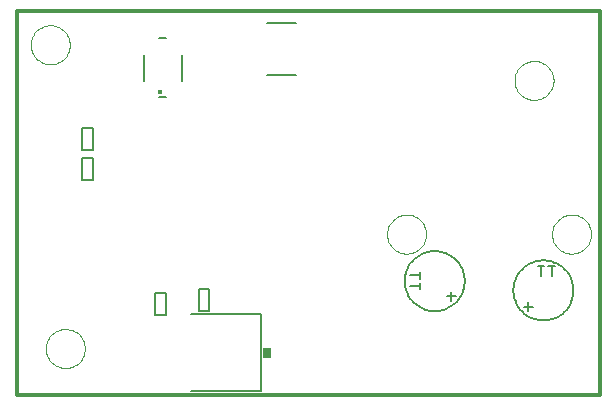
<source format=gbo>
G75*
%MOIN*%
%OFA0B0*%
%FSLAX24Y24*%
%IPPOS*%
%LPD*%
%AMOC8*
5,1,8,0,0,1.08239X$1,22.5*
%
%ADD10C,0.0125*%
%ADD11C,0.0060*%
%ADD12C,0.0080*%
%ADD13R,0.0300X0.0340*%
%ADD14C,0.0050*%
%ADD15C,0.0143*%
%ADD16C,0.0000*%
D10*
X000653Y001298D02*
X000653Y014098D01*
X020088Y014098D01*
X020088Y001298D01*
X000653Y001298D01*
D11*
X005284Y003985D02*
X005284Y004711D01*
X005647Y004711D01*
X005647Y003985D01*
X005284Y003985D01*
X006722Y004110D02*
X006722Y004836D01*
X007084Y004836D01*
X007084Y004110D01*
X006722Y004110D01*
X003209Y008485D02*
X002847Y008485D01*
X002847Y009211D01*
X003209Y009211D01*
X003209Y008485D01*
X003209Y009485D02*
X002847Y009485D01*
X002847Y010211D01*
X003209Y010211D01*
X003209Y009485D01*
X013590Y005110D02*
X013592Y005173D01*
X013598Y005235D01*
X013608Y005297D01*
X013621Y005359D01*
X013639Y005419D01*
X013660Y005478D01*
X013685Y005536D01*
X013714Y005592D01*
X013746Y005646D01*
X013781Y005698D01*
X013819Y005747D01*
X013861Y005795D01*
X013905Y005839D01*
X013953Y005881D01*
X014002Y005919D01*
X014054Y005954D01*
X014108Y005986D01*
X014164Y006015D01*
X014222Y006040D01*
X014281Y006061D01*
X014341Y006079D01*
X014403Y006092D01*
X014465Y006102D01*
X014527Y006108D01*
X014590Y006110D01*
X014653Y006108D01*
X014715Y006102D01*
X014777Y006092D01*
X014839Y006079D01*
X014899Y006061D01*
X014958Y006040D01*
X015016Y006015D01*
X015072Y005986D01*
X015126Y005954D01*
X015178Y005919D01*
X015227Y005881D01*
X015275Y005839D01*
X015319Y005795D01*
X015361Y005747D01*
X015399Y005698D01*
X015434Y005646D01*
X015466Y005592D01*
X015495Y005536D01*
X015520Y005478D01*
X015541Y005419D01*
X015559Y005359D01*
X015572Y005297D01*
X015582Y005235D01*
X015588Y005173D01*
X015590Y005110D01*
X015588Y005047D01*
X015582Y004985D01*
X015572Y004923D01*
X015559Y004861D01*
X015541Y004801D01*
X015520Y004742D01*
X015495Y004684D01*
X015466Y004628D01*
X015434Y004574D01*
X015399Y004522D01*
X015361Y004473D01*
X015319Y004425D01*
X015275Y004381D01*
X015227Y004339D01*
X015178Y004301D01*
X015126Y004266D01*
X015072Y004234D01*
X015016Y004205D01*
X014958Y004180D01*
X014899Y004159D01*
X014839Y004141D01*
X014777Y004128D01*
X014715Y004118D01*
X014653Y004112D01*
X014590Y004110D01*
X014527Y004112D01*
X014465Y004118D01*
X014403Y004128D01*
X014341Y004141D01*
X014281Y004159D01*
X014222Y004180D01*
X014164Y004205D01*
X014108Y004234D01*
X014054Y004266D01*
X014002Y004301D01*
X013953Y004339D01*
X013905Y004381D01*
X013861Y004425D01*
X013819Y004473D01*
X013781Y004522D01*
X013746Y004574D01*
X013714Y004628D01*
X013685Y004684D01*
X013660Y004742D01*
X013639Y004801D01*
X013621Y004861D01*
X013608Y004923D01*
X013598Y004985D01*
X013592Y005047D01*
X013590Y005110D01*
X014990Y004610D02*
X015290Y004610D01*
X015140Y004760D02*
X015140Y004460D01*
X017565Y004248D02*
X017865Y004248D01*
X017715Y004398D02*
X017715Y004098D01*
X017215Y004798D02*
X017217Y004861D01*
X017223Y004923D01*
X017233Y004985D01*
X017246Y005047D01*
X017264Y005107D01*
X017285Y005166D01*
X017310Y005224D01*
X017339Y005280D01*
X017371Y005334D01*
X017406Y005386D01*
X017444Y005435D01*
X017486Y005483D01*
X017530Y005527D01*
X017578Y005569D01*
X017627Y005607D01*
X017679Y005642D01*
X017733Y005674D01*
X017789Y005703D01*
X017847Y005728D01*
X017906Y005749D01*
X017966Y005767D01*
X018028Y005780D01*
X018090Y005790D01*
X018152Y005796D01*
X018215Y005798D01*
X018278Y005796D01*
X018340Y005790D01*
X018402Y005780D01*
X018464Y005767D01*
X018524Y005749D01*
X018583Y005728D01*
X018641Y005703D01*
X018697Y005674D01*
X018751Y005642D01*
X018803Y005607D01*
X018852Y005569D01*
X018900Y005527D01*
X018944Y005483D01*
X018986Y005435D01*
X019024Y005386D01*
X019059Y005334D01*
X019091Y005280D01*
X019120Y005224D01*
X019145Y005166D01*
X019166Y005107D01*
X019184Y005047D01*
X019197Y004985D01*
X019207Y004923D01*
X019213Y004861D01*
X019215Y004798D01*
X019213Y004735D01*
X019207Y004673D01*
X019197Y004611D01*
X019184Y004549D01*
X019166Y004489D01*
X019145Y004430D01*
X019120Y004372D01*
X019091Y004316D01*
X019059Y004262D01*
X019024Y004210D01*
X018986Y004161D01*
X018944Y004113D01*
X018900Y004069D01*
X018852Y004027D01*
X018803Y003989D01*
X018751Y003954D01*
X018697Y003922D01*
X018641Y003893D01*
X018583Y003868D01*
X018524Y003847D01*
X018464Y003829D01*
X018402Y003816D01*
X018340Y003806D01*
X018278Y003800D01*
X018215Y003798D01*
X018152Y003800D01*
X018090Y003806D01*
X018028Y003816D01*
X017966Y003829D01*
X017906Y003847D01*
X017847Y003868D01*
X017789Y003893D01*
X017733Y003922D01*
X017679Y003954D01*
X017627Y003989D01*
X017578Y004027D01*
X017530Y004069D01*
X017486Y004113D01*
X017444Y004161D01*
X017406Y004210D01*
X017371Y004262D01*
X017339Y004316D01*
X017310Y004372D01*
X017285Y004430D01*
X017264Y004489D01*
X017246Y004549D01*
X017233Y004611D01*
X017223Y004673D01*
X017217Y004735D01*
X017215Y004798D01*
D12*
X008815Y004013D02*
X008815Y001433D01*
X006455Y001433D01*
X006455Y004013D02*
X008815Y004013D01*
X005646Y011239D02*
X005410Y011239D01*
X004898Y011790D02*
X004898Y012656D01*
X005410Y013207D02*
X005646Y013207D01*
X006158Y012656D02*
X006158Y011790D01*
D13*
X009005Y002723D03*
D14*
X013765Y004949D02*
X014106Y004949D01*
X014106Y005062D02*
X014106Y004835D01*
X014106Y005195D02*
X014106Y005421D01*
X014106Y005308D02*
X013765Y005308D01*
X018023Y005623D02*
X018249Y005623D01*
X018136Y005623D02*
X018136Y005283D01*
X018495Y005283D02*
X018495Y005623D01*
X018382Y005623D02*
X018609Y005623D01*
X009956Y011968D02*
X008985Y011968D01*
X008985Y013728D02*
X009956Y013728D01*
D15*
X005449Y011416D03*
D16*
X001128Y012985D02*
X001130Y013035D01*
X001136Y013085D01*
X001146Y013135D01*
X001159Y013183D01*
X001176Y013231D01*
X001197Y013277D01*
X001221Y013321D01*
X001249Y013363D01*
X001280Y013403D01*
X001314Y013440D01*
X001351Y013475D01*
X001390Y013506D01*
X001431Y013535D01*
X001475Y013560D01*
X001521Y013582D01*
X001568Y013600D01*
X001616Y013614D01*
X001665Y013625D01*
X001715Y013632D01*
X001765Y013635D01*
X001816Y013634D01*
X001866Y013629D01*
X001916Y013620D01*
X001964Y013608D01*
X002012Y013591D01*
X002058Y013571D01*
X002103Y013548D01*
X002146Y013521D01*
X002186Y013491D01*
X002224Y013458D01*
X002259Y013422D01*
X002292Y013383D01*
X002321Y013342D01*
X002347Y013299D01*
X002370Y013254D01*
X002389Y013207D01*
X002404Y013159D01*
X002416Y013110D01*
X002424Y013060D01*
X002428Y013010D01*
X002428Y012960D01*
X002424Y012910D01*
X002416Y012860D01*
X002404Y012811D01*
X002389Y012763D01*
X002370Y012716D01*
X002347Y012671D01*
X002321Y012628D01*
X002292Y012587D01*
X002259Y012548D01*
X002224Y012512D01*
X002186Y012479D01*
X002146Y012449D01*
X002103Y012422D01*
X002058Y012399D01*
X002012Y012379D01*
X001964Y012362D01*
X001916Y012350D01*
X001866Y012341D01*
X001816Y012336D01*
X001765Y012335D01*
X001715Y012338D01*
X001665Y012345D01*
X001616Y012356D01*
X001568Y012370D01*
X001521Y012388D01*
X001475Y012410D01*
X001431Y012435D01*
X001390Y012464D01*
X001351Y012495D01*
X001314Y012530D01*
X001280Y012567D01*
X001249Y012607D01*
X001221Y012649D01*
X001197Y012693D01*
X001176Y012739D01*
X001159Y012787D01*
X001146Y012835D01*
X001136Y012885D01*
X001130Y012935D01*
X001128Y012985D01*
X013003Y006673D02*
X013005Y006723D01*
X013011Y006773D01*
X013021Y006823D01*
X013034Y006871D01*
X013051Y006919D01*
X013072Y006965D01*
X013096Y007009D01*
X013124Y007051D01*
X013155Y007091D01*
X013189Y007128D01*
X013226Y007163D01*
X013265Y007194D01*
X013306Y007223D01*
X013350Y007248D01*
X013396Y007270D01*
X013443Y007288D01*
X013491Y007302D01*
X013540Y007313D01*
X013590Y007320D01*
X013640Y007323D01*
X013691Y007322D01*
X013741Y007317D01*
X013791Y007308D01*
X013839Y007296D01*
X013887Y007279D01*
X013933Y007259D01*
X013978Y007236D01*
X014021Y007209D01*
X014061Y007179D01*
X014099Y007146D01*
X014134Y007110D01*
X014167Y007071D01*
X014196Y007030D01*
X014222Y006987D01*
X014245Y006942D01*
X014264Y006895D01*
X014279Y006847D01*
X014291Y006798D01*
X014299Y006748D01*
X014303Y006698D01*
X014303Y006648D01*
X014299Y006598D01*
X014291Y006548D01*
X014279Y006499D01*
X014264Y006451D01*
X014245Y006404D01*
X014222Y006359D01*
X014196Y006316D01*
X014167Y006275D01*
X014134Y006236D01*
X014099Y006200D01*
X014061Y006167D01*
X014021Y006137D01*
X013978Y006110D01*
X013933Y006087D01*
X013887Y006067D01*
X013839Y006050D01*
X013791Y006038D01*
X013741Y006029D01*
X013691Y006024D01*
X013640Y006023D01*
X013590Y006026D01*
X013540Y006033D01*
X013491Y006044D01*
X013443Y006058D01*
X013396Y006076D01*
X013350Y006098D01*
X013306Y006123D01*
X013265Y006152D01*
X013226Y006183D01*
X013189Y006218D01*
X013155Y006255D01*
X013124Y006295D01*
X013096Y006337D01*
X013072Y006381D01*
X013051Y006427D01*
X013034Y006475D01*
X013021Y006523D01*
X013011Y006573D01*
X013005Y006623D01*
X013003Y006673D01*
X018503Y006673D02*
X018505Y006723D01*
X018511Y006773D01*
X018521Y006823D01*
X018534Y006871D01*
X018551Y006919D01*
X018572Y006965D01*
X018596Y007009D01*
X018624Y007051D01*
X018655Y007091D01*
X018689Y007128D01*
X018726Y007163D01*
X018765Y007194D01*
X018806Y007223D01*
X018850Y007248D01*
X018896Y007270D01*
X018943Y007288D01*
X018991Y007302D01*
X019040Y007313D01*
X019090Y007320D01*
X019140Y007323D01*
X019191Y007322D01*
X019241Y007317D01*
X019291Y007308D01*
X019339Y007296D01*
X019387Y007279D01*
X019433Y007259D01*
X019478Y007236D01*
X019521Y007209D01*
X019561Y007179D01*
X019599Y007146D01*
X019634Y007110D01*
X019667Y007071D01*
X019696Y007030D01*
X019722Y006987D01*
X019745Y006942D01*
X019764Y006895D01*
X019779Y006847D01*
X019791Y006798D01*
X019799Y006748D01*
X019803Y006698D01*
X019803Y006648D01*
X019799Y006598D01*
X019791Y006548D01*
X019779Y006499D01*
X019764Y006451D01*
X019745Y006404D01*
X019722Y006359D01*
X019696Y006316D01*
X019667Y006275D01*
X019634Y006236D01*
X019599Y006200D01*
X019561Y006167D01*
X019521Y006137D01*
X019478Y006110D01*
X019433Y006087D01*
X019387Y006067D01*
X019339Y006050D01*
X019291Y006038D01*
X019241Y006029D01*
X019191Y006024D01*
X019140Y006023D01*
X019090Y006026D01*
X019040Y006033D01*
X018991Y006044D01*
X018943Y006058D01*
X018896Y006076D01*
X018850Y006098D01*
X018806Y006123D01*
X018765Y006152D01*
X018726Y006183D01*
X018689Y006218D01*
X018655Y006255D01*
X018624Y006295D01*
X018596Y006337D01*
X018572Y006381D01*
X018551Y006427D01*
X018534Y006475D01*
X018521Y006523D01*
X018511Y006573D01*
X018505Y006623D01*
X018503Y006673D01*
X017253Y011798D02*
X017255Y011848D01*
X017261Y011898D01*
X017271Y011948D01*
X017284Y011996D01*
X017301Y012044D01*
X017322Y012090D01*
X017346Y012134D01*
X017374Y012176D01*
X017405Y012216D01*
X017439Y012253D01*
X017476Y012288D01*
X017515Y012319D01*
X017556Y012348D01*
X017600Y012373D01*
X017646Y012395D01*
X017693Y012413D01*
X017741Y012427D01*
X017790Y012438D01*
X017840Y012445D01*
X017890Y012448D01*
X017941Y012447D01*
X017991Y012442D01*
X018041Y012433D01*
X018089Y012421D01*
X018137Y012404D01*
X018183Y012384D01*
X018228Y012361D01*
X018271Y012334D01*
X018311Y012304D01*
X018349Y012271D01*
X018384Y012235D01*
X018417Y012196D01*
X018446Y012155D01*
X018472Y012112D01*
X018495Y012067D01*
X018514Y012020D01*
X018529Y011972D01*
X018541Y011923D01*
X018549Y011873D01*
X018553Y011823D01*
X018553Y011773D01*
X018549Y011723D01*
X018541Y011673D01*
X018529Y011624D01*
X018514Y011576D01*
X018495Y011529D01*
X018472Y011484D01*
X018446Y011441D01*
X018417Y011400D01*
X018384Y011361D01*
X018349Y011325D01*
X018311Y011292D01*
X018271Y011262D01*
X018228Y011235D01*
X018183Y011212D01*
X018137Y011192D01*
X018089Y011175D01*
X018041Y011163D01*
X017991Y011154D01*
X017941Y011149D01*
X017890Y011148D01*
X017840Y011151D01*
X017790Y011158D01*
X017741Y011169D01*
X017693Y011183D01*
X017646Y011201D01*
X017600Y011223D01*
X017556Y011248D01*
X017515Y011277D01*
X017476Y011308D01*
X017439Y011343D01*
X017405Y011380D01*
X017374Y011420D01*
X017346Y011462D01*
X017322Y011506D01*
X017301Y011552D01*
X017284Y011600D01*
X017271Y011648D01*
X017261Y011698D01*
X017255Y011748D01*
X017253Y011798D01*
X001628Y002860D02*
X001630Y002910D01*
X001636Y002960D01*
X001646Y003010D01*
X001659Y003058D01*
X001676Y003106D01*
X001697Y003152D01*
X001721Y003196D01*
X001749Y003238D01*
X001780Y003278D01*
X001814Y003315D01*
X001851Y003350D01*
X001890Y003381D01*
X001931Y003410D01*
X001975Y003435D01*
X002021Y003457D01*
X002068Y003475D01*
X002116Y003489D01*
X002165Y003500D01*
X002215Y003507D01*
X002265Y003510D01*
X002316Y003509D01*
X002366Y003504D01*
X002416Y003495D01*
X002464Y003483D01*
X002512Y003466D01*
X002558Y003446D01*
X002603Y003423D01*
X002646Y003396D01*
X002686Y003366D01*
X002724Y003333D01*
X002759Y003297D01*
X002792Y003258D01*
X002821Y003217D01*
X002847Y003174D01*
X002870Y003129D01*
X002889Y003082D01*
X002904Y003034D01*
X002916Y002985D01*
X002924Y002935D01*
X002928Y002885D01*
X002928Y002835D01*
X002924Y002785D01*
X002916Y002735D01*
X002904Y002686D01*
X002889Y002638D01*
X002870Y002591D01*
X002847Y002546D01*
X002821Y002503D01*
X002792Y002462D01*
X002759Y002423D01*
X002724Y002387D01*
X002686Y002354D01*
X002646Y002324D01*
X002603Y002297D01*
X002558Y002274D01*
X002512Y002254D01*
X002464Y002237D01*
X002416Y002225D01*
X002366Y002216D01*
X002316Y002211D01*
X002265Y002210D01*
X002215Y002213D01*
X002165Y002220D01*
X002116Y002231D01*
X002068Y002245D01*
X002021Y002263D01*
X001975Y002285D01*
X001931Y002310D01*
X001890Y002339D01*
X001851Y002370D01*
X001814Y002405D01*
X001780Y002442D01*
X001749Y002482D01*
X001721Y002524D01*
X001697Y002568D01*
X001676Y002614D01*
X001659Y002662D01*
X001646Y002710D01*
X001636Y002760D01*
X001630Y002810D01*
X001628Y002860D01*
M02*

</source>
